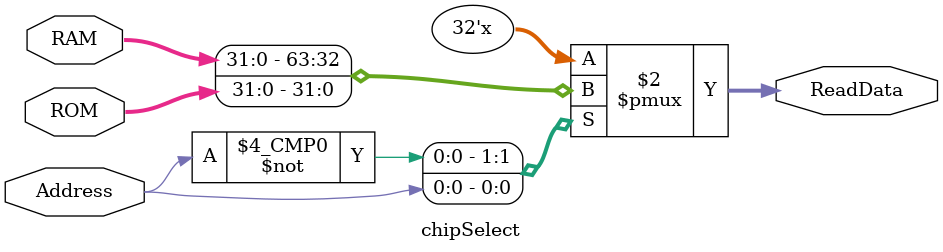
<source format=sv>
module chipSelect(input Address,
						input [31:0] RAM,
						input [31:0] ROM,
						output logic [31:0] ReadData);
always@(Address or RAM or ROM)
	begin case(Address)
		1'b0 : ReadData = RAM;//CMD
		1'b1 : ReadData = ROM;//ADD
		default:ReadData=12'b0 ;
	endcase
	end
endmodule
</source>
